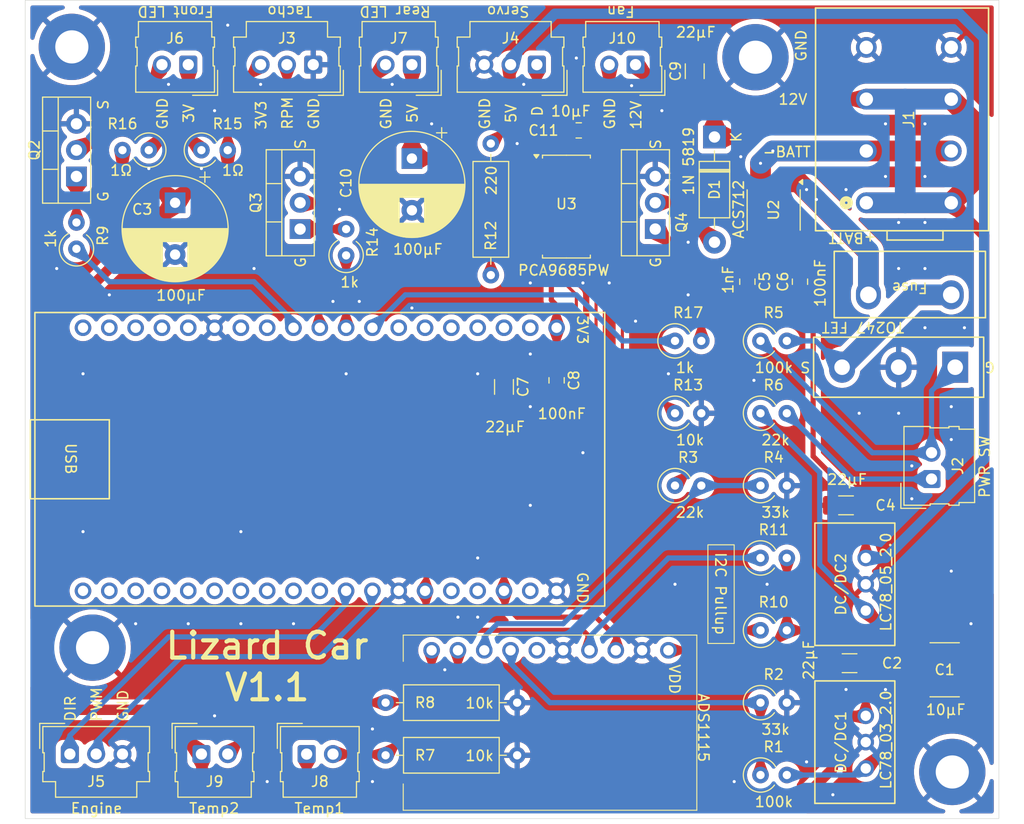
<source format=kicad_pcb>
(kicad_pcb (version 20241229) (generator "pcbnew") (generator_version "9.0")
  (layers (0 "F.Cu" signal) (2 "B.Cu" signal) (13 "F.Paste" user) (15 "B.Paste" user) (5 "F.SilkS" user "F.Silkscreen") (7 "B.SilkS" user "B.Silkscreen") (1 "F.Mask" user) (3 "B.Mask" user) (25 "Edge.Cuts" user))
  (net 0 "")
  (net 1 "GND")
  (net 2 "+BATT")
  (net 3 "+3V3")
  (net 4 "+5V")
  (net 5 "Net-(U2-FILTER)")
  (net 6 "Net-(Q1-S)")
  (net 7 "PWR_Switch")
  (net 9 "SCL")
  (net 10 "T_Sense1")
  (net 11 "T_Sense2")
  (net 12 "SDA")
  (net 13 "V_Sense")
  (net 14 "I_Sense_3V3")
  (net 15 "-BATT")
  (net 16 "onoff2")
  (net 17 "onoff1")
  (net 18 "RPM_Sense")
  (net 19 "Servo")
  (net 20 "Engine_DIR")
  (net 21 "Engine_PWM")
  (net 22 "LED1-")
  (net 23 "LED1+")
  (net 24 "LED2-")
  (net 25 "Net-(Q2-G)")
  (net 26 "Net-(Q3-G)")
  (net 27 "I_Sense")
  (net 28 "LED1cntrl")
  (net 29 "Net-(U3-LED0)")
  (net 30 "Net-(U3-~{OE})")
  (net 31 "LED2cntrl")
  (net 39 "Fan-")
  (net 71 "Net-(Q4-G)")
  (net 72 "Fancntrl")
  (footprint "Connector_Molex:Molex_SL_171971-0003_1x03_P2.54mm_Vertical" (layer "F.Cu") (at 96.895 39.715 180)
    (property "Reference" "J4")
    (property "Value" "Servo")
  )
  (footprint "Connector_Molex:Molex_SL_171971-0002_1x02_P2.54mm_Vertical" (layer "F.Cu") (at 64.51 106.275)
    (property "Reference" "J9")
    (property "Value" "NTC2")
  )
  (footprint "customfootprints:CONN4_2604-3104_WAG" (layer "F.Cu") (at 128.700001 53.05 90)
    (property "Reference" "J1")
    (property "Value" "2604-3104")
  )
  (footprint "Capacitor_SMD:C_1206_3216Metric_Pad1.33x1.80mm_HandSolder" (layer "F.Cu") (at 126.74 82.26 180)
    (property "Reference" "C4")
    (property "Value" "22µF")
  )
  (footprint "Package_TO_SOT_THT:TO-220-3_Vertical" (layer "F.Cu") (at 74.035 55.59 90)
    (property "Reference" "Q3")
    (property "Value" "IRLZ44N")
  )
  (footprint "Capacitor_SMD:C_0805_2012Metric_Pad1.18x1.45mm_HandSolder" (layer "F.Cu") (at 98.8 70.195 -90)
    (property "Reference" "C8")
    (property "Value" "100nF")
  )
  (footprint "Resistor_THT:R_Axial_DIN0309_L9.0mm_D3.2mm_P2.54mm_Vertical" (layer "F.Cu") (at 118.485 80.355)
    (property "Reference" "R4")
    (property "Value" "33kOhm")
  )
  (footprint "Capacitor_THT:CP_Radial_D10.0mm_P5.00mm" (layer "F.Cu") (at 84.83 48.777323 -90)
    (property "Reference" "C10")
    (property "Value" "100µF")
  )
  (footprint "Diode_THT:D_DO-41_SOD81_P10.16mm_Horizontal" (layer "F.Cu") (at 114.04 46.7 -90)
    (property "Reference" "D1")
    (property "Value" "1N5819")
  )
  (footprint "Package_SO:SOIC-8_3.9x4.9mm_P1.27mm" (layer "F.Cu") (at 119.755 53.75 -90)
    (property "Reference" "U2")
    (property "Value" "ACS712xLCTR-30A")
  )
  (footprint "Connector_Molex:Molex_SL_171971-0003_1x03_P2.54mm_Vertical" (layer "F.Cu") (at 51.81 106.275)
    (property "Reference" "J5")
    (property "Value" "Engine")
  )
  (footprint "Connector_Molex:Molex_SL_171971-0002_1x02_P2.54mm_Vertical" (layer "F.Cu") (at 63.24 39.715 180)
    (property "Reference" "J6")
    (property "Value" "Front light")
  )
  (footprint "customfootprints:TO247 vertical MOSFET" (layer "F.Cu") (at 137.28 68.925 180)
    (property "Reference" "Q1" (hide yes))
    (property "Value" "IRFP7430PBF")
  )
  (footprint "Resistor_THT:R_Axial_DIN0309_L9.0mm_D3.2mm_P2.54mm_Vertical" (layer "F.Cu") (at 118.485 73.37)
    (property "Reference" "R6")
    (property "Value" "22kOhm")
  )
  (footprint "Resistor_THT:R_Axial_DIN0309_L9.0mm_D3.2mm_P2.54mm_Vertical" (layer "F.Cu") (at 52.445 57.495 90)
    (property "Reference" "R9")
    (property "Value" "1kOhm")
  )
  (footprint "Connector_Molex:Molex_SL_171971-0002_1x02_P2.54mm_Vertical" (layer "F.Cu") (at 106.42 39.715 180)
    (property "Reference" "J10")
    (property "Value" "Fan")
  )
  (footprint "Resistor_THT:R_Axial_DIN0309_L9.0mm_D3.2mm_P2.54mm_Vertical" (layer "F.Cu") (at 110.23 66.385)
    (property "Reference" "R17")
    (property "Value" "1kOhm")
  )
  (footprint "Capacitor_SMD:C_0805_2012Metric_Pad1.18x1.45mm_HandSolder" (layer "F.Cu") (at 122.295 60.67 90)
    (property "Reference" "C6")
    (property "Value" "0.1µF")
  )
  (footprint "customfootprints:iMAXX_H7810" (layer "F.Cu") (at 136.9 61.94 180)
    (property "Reference" "F1" (hide yes))
    (property "Value" "Fuse 30A")
  )
  (footprint "customfootprints:LC78_05_2.0" (layer "F.Cu") (at 128.645 107.66 90)
    (property "Reference" "DC/DC1")
    (property "Value" "Gaptec LC78_03_2.0")
  )
  (footprint "Resistor_THT:R_Axial_DIN0309_L9.0mm_D3.2mm_P2.54mm_Vertical" (layer "F.Cu") (at 78.48 58.13 90)
    (property "Reference" "R14")
    (property "Value" "1kOhm")
  )
  (footprint "Resistor_THT:R_Axial_DIN0309_L9.0mm_D3.2mm_P2.54mm_Vertical" (layer "F.Cu") (at 118.485 66.385)
    (property "Reference" "R5")
    (property "Value" "100kOhm")
  )
  (footprint "Capacitor_SMD:C_1206_3216Metric_Pad1.33x1.80mm_HandSolder" (layer "F.Cu") (at 93.72 70.83 -90)
    (property "Reference" "C7")
    (property "Value" "22µF")
  )
  (footprint "Capacitor_SMD:C_0805_2012Metric_Pad1.18x1.45mm_HandSolder" (layer "F.Cu") (at 100.9375 46.065 180)
    (property "Reference" "C11")
    (property "Value" "10µF")
  )
  (footprint "Resistor_THT:R_Axial_DIN0309_L9.0mm_D3.2mm_P2.54mm_Vertical" (layer "F.Cu") (at 59.429 47.97 180)
    (property "Reference" "R16")
    (property "Value" "1Ohm")
  )
  (footprint "Connector_Molex:Molex_SL_171971-0002_1x02_P2.54mm_Vertical" (layer "F.Cu") (at 74.67 106.275)
    (property "Reference" "J8")
    (property "Value" "NTC1")
  )
  (footprint "Resistor_THT:R_Axial_DIN0309_L9.0mm_D3.2mm_P12.70mm_Horizontal" (layer "F.Cu") (at 82.29 101.31)
    (property "Reference" "R8")
    (property "Value" "10kOhm")
  )
  (footprint "Resistor_THT:R_Axial_DIN0309_L9.0mm_D3.2mm_P2.54mm_Vertical" (layer "F.Cu") (at 118.485 87.34)
    (property "Reference" "R11")
    (property "Value" "R")
  )
  (footprint "MountingHole:MountingHole_3.2mm_M3_Pad_TopBottom" (layer "F.Cu") (at 137 108)
    (property "Reference" "H2" (hide yes))
    (property "Value" "MountingHole_Pad")
  )
  (footprint "Connector_Molex:Molex_SL_171971-0002_1x02_P2.54mm_Vertical" (layer "F.Cu") (at 84.83 39.715 180)
    (property "Reference" "J7")
    (property "Value" "Rear light")
  )
  (footprint "Resistor_THT:R_Axial_DIN0309_L9.0mm_D3.2mm_P2.54mm_Vertical" (layer "F.Cu") (at 118.485 101.31)
    (property "Reference" "R2")
    (property "Value" "33kOhm")
  )
  (footprint "Capacitor_SMD:C_1206_3216Metric_Pad1.33x1.80mm_HandSolder" (layer "F.Cu") (at 127.0825 97.5 180)
    (property "Reference" "C2")
    (property "Value" "22µF")
  )
  (footprint "Resistor_THT:R_Axial_DIN0309_L9.0mm_D3.2mm_P2.54mm_Vertical" (layer "F.Cu") (at 118.485 94.325)
    (property "Reference" "R10")
    (property "Value" "R")
  )
  (footprint "Package_SO:TSSOP-28_4.4x9.7mm_P0.65mm" (layer "F.Cu") (at 99.7475 53.42)
    (property "Reference" "U3")
    (property "Value" "PCA9685PW")
  )
  (footprint "Connector_Molex:Molex_SL_171971-0002_1x02_P2.54mm_Vertical" (layer "F.Cu") (at 134.995 79.72 90)
    (property "Reference" "J2")
    (property "Value" "PWR Switch")
  )
  (footprint "MountingHole:MountingHole_3.2mm_M3_Pad_TopBottom" (layer "F.Cu") (at 52 38)
    (property "Reference" "H3" (hide yes))
    (property "Value" "MountingHole_Pad")
  )
  (footprint "customfootprints:LC78_05_2.0" (layer "F.Cu") (at 128.645 92.42 90)
    (property "Reference" "DC/DC2")
    (property "Value" "Gaptec LC78_05_2.0")
  )
  (footprint "MountingHole:MountingHole_3.2mm_M3_Pad_TopBottom" (layer "F.Cu") (at 118 39)
    (property "Reference" "H1" (hide yes))
    (property "Value" "MountingHole_Pad")
  )
  (footprint "Capacitor_SMD:C_2220_5750Metric_Pad1.97x5.40mm_HandSolder" (layer "F.Cu") (at 136.265 98.135)
    (property "Reference" "C1")
    (property "Value" "10µF")
  )
  (footprint "customfootprints:ADS1115" (layer "F.Cu") (at 109.595 96.255 -90)
    (property "Reference" "IC1" (hide yes))
    (property "Value" "ADS1115")
  )
  (footprint "Resistor_THT:R_Axial_DIN0309_L9.0mm_D3.2mm_P2.54mm_Vertical" (layer "F.Cu") (at 64.51 47.97)
    (property "Reference" "R15")
    (property "Value" "1Ohm")
  )
  (footprint "Resistor_THT:R_Axial_DIN0309_L9.0mm_D3.2mm_P2.54mm_Vertical" (layer "F.Cu") (at 118.485 108.295)
    (property "Reference" "R1")
    (property "Value" "100kOhm")
  )
  (footprint "Capacitor_SMD:C_0805_2012Metric_Pad1.18x1.45mm_HandSolder" (layer "F.Cu") (at 117.215 60.67 -90)
    (property "Reference" "C5")
    (property "Value" "1 nF")
  )
  (footprint "customfootprints:NodeMCU-ESP32" (layer "F.Cu") (at 98.8 65.115 -90)
    (property "Reference" "U1" (hide yes))
    (property "Value" "ESP32-WROOM-32U")
  )
  (footprint "Capacitor_THT:CP_Radial_D10.0mm_P5.00mm" (layer "F.Cu") (at 61.97 53.05 -90)
    (property "Reference" "C3")
    (property "Value" "100µF")
  )
  (footprint "Resistor_THT:R_Axial_DIN0309_L9.0mm_D3.2mm_P12.70mm_Horizontal" (layer "F.Cu") (at 92.45 60.035 90)
    (property "Reference" "R12")
    (property "Value" "220Ohm")
  )
  (footprint "Package_TO_SOT_THT:TO-220-3_Vertical" (layer "F.Cu") (at 108.325 55.59 90)
    (property "Reference" "Q4")
    (property "Value" "IRLZ44N")
  )
  (footprint "MountingHole:MountingHole_3.2mm_M3_Pad_TopBottom" (layer "F.Cu") (at 54 96)
    (property "Reference" "H4" (hide yes))
    (property "Value" "MountingHole_Pad")
  )
  (footprint "Resistor_THT:R_Axial_DIN0309_L9.0mm_D3.2mm_P2.54mm_Vertical" (layer "F.Cu") (at 110.23 73.37)
    (property "Reference" "R13")
    (property "Value" "10kOhm")
  )
  (footprint "Resistor_THT:R_Axial_DIN0309_L9.0mm_D3.2mm_P2.54mm_Vertical" (layer "F.Cu") (at 110.23 80.355)
    (property "Reference" "R3")
    (property "Value" "22kOhm")
  )
  (footprint "Connector_Molex:Molex_SL_171971-0003_1x03_P2.54mm_Vertical" (layer "F.Cu") (at 75.305 39.715 180)
    (property "Reference" "J3")
    (property "Value" "Optical encoder")
  )
  (footprint "Resistor_THT:R_Axial_DIN0309_L9.0mm_D3.2mm_P12.70mm_Horizontal" (layer "F.Cu") (at 82.29 106.39)
    (property "Reference" "R7")
    (property "Value" "10kOhm")
  )
  (footprint "Capacitor_SMD:C_1206_3216Metric_Pad1.33x1.80mm_HandSolder" (layer "F.Cu") (at 112.135 40.35 90)
    (property "Reference" "C9")
    (property "Value" "22µF")
  )
  (footprint "Package_TO_SOT_THT:TO-220-3_Vertical" (layer "F.Cu") (at 52.445 50.51 90)
    (property "Reference" "Q2")
    (property "Value" "IRLZ44N")
  )
  (gr_rect (start 113.405 86.07) (end 115.945 95.595) (stroke (width 0.1)) (fill no) (layer "F.SilkS"))
  (gr_rect (start 47.5 33.5) (end 141.5 112.5) (stroke (width 0.05)) (fill no) (layer "Edge.Cuts"))
  (gr_text "10k" (at 110.23 76.545 0) (layer "F.SilkS") (effects (font (size 1 1)) (justify left bottom)))
  (gr_text "22µF" (at 110.23 37.175 0) (layer "F.SilkS") (effects (font (size 1 1)) (justify left bottom)))
  (gr_text "5V" (at 94.99 45.43 90) (layer "F.SilkS") (effects (font (size 1 1)) (justify left bottom)))
  (gr_text "Fan" (at 106.42 34 180) (layer "F.SilkS") (effects (font (size 1 1)) (justify left bottom)))
  (gr_text "Lizard Car\nV1.1" (at 70.86 101.31 0) (layer "F.SilkS") (effects (font (size 2.5 2.5) (thickness 0.4)) (justify bottom)))
  (gr_text "100nF" (at 124.835 63.21 90) (layer "F.SilkS") (effects (font (size 1 1)) (justify left bottom)))
  (gr_text "3V" (at 63.875 45.43 90) (layer "F.SilkS") (effects (font (size 1 1)) (justify left bottom)))
  (gr_text "GND" (at 61.335 46.065 90) (layer "F.SilkS") (effects (font (size 1 1)) (justify left bottom)))
  (gr_text "1N 5819" (at 112.135 52.415 90) (layer "F.SilkS") (effects (font (size 1 1)) (justify left bottom)))
  (gr_text "33k" (at 118.485 104.485 0) (layer "F.SilkS") (effects (font (size 1 1)) (justify left bottom)))
  (gr_text "GND" (at 123 39.5 90) (layer "F.SilkS") (effects (font (size 1 1)) (justify left bottom)))
  (gr_text "G" (at 55.62 53.05 90) (layer "F.SilkS") (effects (font (size 1 1)) (justify left bottom)))
  (gr_text "22µF" (at 91.815 75.275 0) (layer "F.SilkS") (effects (font (size 1 1)) (justify left bottom)))
  (gr_text "22µF" (at 124.835 80.355 0) (layer "F.SilkS") (effects (font (size 1 1)) (justify left bottom)))
  (gr_text "GND" (at 104.515 46.065 90) (layer "F.SilkS") (effects (font (size 1 1)) (justify left bottom)))
  (gr_text "Servo" (at 96.26 34 180) (layer "F.SilkS") (effects (font (size 1 1)) (justify left bottom)))
  (gr_text "Temp1" (at 73.4 112.105 0) (layer "F.SilkS") (effects (font (size 1 1)) (justify left bottom)))
  (gr_text "G" (at 108.96 59.4 90) (layer "F.SilkS") (effects (font (size 1 1)) (justify left bottom)))
  (gr_text "RPM" (at 73.4 46.065 90) (layer "F.SilkS") (effects (font (size 1 1)) (justify left bottom)))
  (gr_text "GND" (at 82.925 46.065 90) (layer "F.SilkS") (effects (font (size 1 1)) (justify left bottom)))
  (gr_text "10k" (at 89.91 101.945 0) (layer "F.SilkS") (effects (font (size 1 1)) (justify left bottom)))
  (gr_text "GND" (at 75.94 46.065 90) (layer "F.SilkS") (effects (font (size 1 1)) (justify left bottom)))
  (gr_text "PWM" (at 54.985 103.215 90) (layer "F.SilkS") (effects (font (size 1 1)) (justify left bottom)))
  (gr_text "1Ω" (at 55.62 50.51 0) (layer "F.SilkS") (effects (font (size 1 1)) (justify left bottom)))
  (gr_text "Tacho" (at 75.305 34 180) (layer "F.SilkS") (effects (font (size 1 1)) (justify left bottom)))
  (gr_text "100nF" (at 96.895 74.005 0) (layer "F.SilkS") (effects (font (size 1 1)) (justify left bottom)))
  (gr_text "100µF" (at 82.925 58.13 0) (layer "F.SilkS") (effects (font (size 1 1)) (justify left bottom)))
  (gr_text "Rear LED" (at 86.735 34 180) (layer "F.SilkS") (effects (font (size 1 1)) (justify left bottom)))
  (gr_text "Front LED" (at 65.78 34 180) (layer "F.SilkS") (effects (font (size 1 1)) (justify left bottom)))
  (gr_text "22k" (at 118.485 76.545 0) (layer "F.SilkS") (effects (font (size 1 1)) (justify left bottom)))
  (gr_text "ACS712" (at 116.961 56.606 90) (layer "F.SilkS") (effects (font (size 1 1)) (justify left bottom)))
  (gr_text "1k" (at 77.845 61.305 0) (layer "F.SilkS") (effects (font (size 1 1)) (justify left bottom)))
  (gr_text "22µF" (at 123.735 99.21 90) (layer "F.SilkS") (effects (font (size 1 1)) (justify left bottom)))
  (gr_text "S" (at 55.62 44.16 90) (layer "F.SilkS") (effects (font (size 1 1)) (justify left bottom)))
  (gr_text "22k" (at 110.23 83.53 0) (layer "F.SilkS") (effects (font (size 1 1)) (justify left bottom)))
  (gr_text "GND" (at 57.525 103.215 90) (layer "F.SilkS") (effects (font (size 1 1)) (justify left bottom)))
  (gr_text "100k" (at 117.85 111.47 0) (layer "F.SilkS") (effects (font (size 1 1)) (justify left bottom)))
  (gr_text "33k" (at 118.485 83.53 0) (layer "F.SilkS") (effects (font (size 1 1)) (justify left bottom)))
  (gr_text "Engine" (at 51.81 112.105 0) (layer "F.SilkS") (effects (font (size 1 1)) (justify left bottom)))
  (gr_text "1k" (at 50.54 57.495 90) (layer "F.SilkS") (effects (font (size 1 1)) (justify left bottom)))
  (gr_text "S" (at 108.96 47.97 90) (layer "F.SilkS") (effects (font (size 1 1)) (justify left bottom)))
  (gr_text "12V" (at 120.136 43.652 0) (layer "F.SilkS") (effects (font (size 1 1)) (justify left bottom)))
  (gr_text "S" (at 74.67 47.97 90) (layer "F.SilkS") (effects (font (size 1 1)) (justify left bottom)))
  (gr_text "1nF" (at 115.945 61.94 90) (layer "F.SilkS") (effects (font (size 1 1)) (justify left bottom)))
  (gr_text "12V" (at 107.055 46.065 90) (layer "F.SilkS") (effects (font (size 1 1)) (justify left bottom)))
  (gr_text "3V3" (at 70.86 46.065 90) (layer "F.SilkS") (effects (font (size 1 1)) (justify left bottom)))
  (gr_text "5V" (at 85.465 45.43 90) (layer "F.SilkS") (effects (font (size 1 1)) (justify left bottom)))
  (gr_text "10µF" (at 98.165 44.795 0) (layer "F.SilkS") (effects (font (size 1 1)) (justify left bottom)))
  (gr_text "-BATT" (at 118.612 48.732 0) (layer "F.SilkS") (effects (font (size 1 1)) (justify left bottom)))
  (gr_text "220" (at 93.085 52.415 90) (layer "F.SilkS") (effects (font (size 1 1)) (justify left bottom)))
  (gr_text "PWR SW" (at 140.71 81.625 90) (layer "F.SilkS") (effects (font (size 1 1)) (justify left bottom)))
  (gr_text "PCA9685PW" (at 94.99 60.155 0) (layer "F.SilkS") (effects (font (size 1 1)) (justify left bottom)))
  (gr_text "Temp2" (at 63.24 112.105 0) (layer "F.SilkS") (effects (font (size 1 1)) (justify left bottom)))
  (gr_text "10k" (at 89.91 107.025 0) (layer "F.SilkS") (effects (font (size 1 1)) (justify left bottom)))
  (gr_text "+BATT" (at 129.788 55.844 180) (layer "F.SilkS") (effects (font (size 1 1)) (justify left bottom)))
  (gr_text "GND" (at 92.45 46.065 90) (layer "F.SilkS") (effects (font (size 1 1)) (justify left bottom)))
  (gr_text "DIR" (at 52.445 103.215 90) (layer "F.SilkS") (effects (font (size 1 1)) (justify left bottom)))
  (gr_text "100µF" (at 60.065 62.575 0) (layer "F.SilkS") (effects (font (size 1 1)) (justify left bottom)))
  (gr_text "100k" (at 117.85 69.56 0) (layer "F.SilkS") (effects (font (size 1 1)) (justify left bottom)))
  (gr_text "G" (at 74.67 59.4 90) (layer "F.SilkS") (effects (font (size 1 1)) (justify left bottom)))
  (gr_text "1k" (at 110.23 69.56 0) (layer "F.SilkS") (effects (font (size 1 1)) (justify left bottom)))
  (gr_text "10µF" (at 134.36 102.58 0) (layer "F.SilkS") (effects (font (size 1 1)) (justify left bottom)))
  (gr_text "1Ω" (at 66.415 50.51 0) (layer "F.SilkS") (effects (font (size 1 1)) (justify left bottom)))
  (gr_text "D" (at 97.53 44.795 90) (layer "F.SilkS") (effects (font (size 1 1)) (justify left bottom)))
  (gr_text "I2C Pullup" (at 114.04 86.705 270) (layer "F.SilkS") (effects (font (size 1 1)) (justify left bottom)))
  (segment (start 102.61 51.795) (end 104.515 51.795) (width 0.3) (layer "F.Cu") (net 1))
  (segment (start 96.885 51.055) (end 96.147501 51.055) (width 0.3) (layer "F.Cu") (net 1))
  (segment (start 96.885 58.755) (end 96.895 58.765) (width 0.3) (layer "F.Cu") (net 1))
  (segment (start 96.885 57.645) (end 96.885 58.755) (width 0.3) (layer "F.Cu") (net 1))
  (segment (start 102.61 51.795) (end 102.61 51.145) (width 0.3) (layer "F.Cu") (net 1))
  (segment (start 96.885 51.795) (end 95.005 51.795) (width 0.3) (layer "F.Cu") (net 1))
  (segment (start 102.61 51.145) (end 104.515 51.145) (width 0.3) (layer "F.Cu") (net 1))
  (segment (start 96.885 57.645) (end 95.14 57.645) (width 0.3) (layer "F.Cu") (net 1))
  (via (at 69.59 59.4) (size 0.8) (drill 0.3) (layers "F.Cu" "B.Cu") (net 1))
  (via (at 65.78 44.16) (size 0.8) (drill 0.3) (layers "F.Cu" "B.Cu") (net 1))
  (via (at 115.945 108.93) (size 0.8) (drill 0.3) (layers "F.Cu" "B.Cu") (net 1))
  (via (at 134.36 50.51) (size 0.8) (drill 0.3) (layers "F.Cu" "B.Cu") (net 1))
  (via (at 81.02 108.93) (size 0.8) (drill 0.3) (layers "F.Cu" "B.Cu") (net 1))
  (via (at 96.26 67.655) (size 0.8) (drill 0.3) (layers "F.Cu" "B.Cu") (net 1))
  (via (at 96.26 72.735) (size 0.8) (drill 0.3) (layers "F.Cu" "B.Cu") (net 1))
  (via (at 58.16 93.69) (size 0.8) (drill 0.3) (layers "F.Cu" "B.Cu") (net 1))
  (via (at 96.26 82.26) (size 0.8) (drill 0.3) (layers "F.Cu" "B.Cu") (net 1))
  (via (at 101.34 77.18) (size 0.8) (drill 0.3) (layers "F.Cu" "B.Cu") (net 1))
  (via (at 95.625 41.62) (size 0.8) (drill 0.3) (layers "F.Cu" "B.Cu") (net 1))
  (via (at 128.01 73.37) (size 0.8) (drill 0.3) (layers "F.Cu" "B.Cu") (net 1))
  (via (at 59.43 49.748) (size 0.8) (drill 0.3) (layers "F.Cu" "B.Cu") (net 1))
  (via (at 100.705 39.08) (size 0.8) (drill 0.3) (layers "F.Cu" "B.Cu") (net 1))
  (via (at 136.9 72.735) (size 0.8) (drill 0.3) (layers "F.Cu" "B.Cu") (net 1))
  (via (at 79.75 62.575) (size 0.8) (drill 0.3) (layers "F.Cu" "B.Cu") (net 1))
  (via (at 101.34 60.79) (size 0.8) (drill 0.3) (layers "F.Cu" "B.Cu") (net 1))
  (via (at 133.09 81.625) (size 0.8) (drill 0.3) (layers "F.Cu" "B.Cu") (net 1))
  (via (at 103.88 60.79) (size 0.8) (drill 0.3) (layers "F.Cu" "B.Cu") (net 1))
  (via (at 122.93 107.025) (size 0.8) (drill 0.3) (layers "F.Cu" "B.Cu") (net 1))
  (via (at 134.36 54.955) (size 0.8) (drill 0.3) (layers "F.Cu" "B.Cu") (net 1))
  (via (at 91.18 93.055) (size 0.8) (drill 0.3) (layers "F.Cu" "B.Cu") (net 1))
  (via (at 117.85 70.195) (size 0.8) (drill 0.3) (layers "F.Cu" "B.Cu") (net 1))
  (via (at 110.23 89.88) (size 0.8) (drill 0.3) (layers "F.Cu" "B.Cu") (net 1))
  (via (at 70.225 41.62) (size 0.8) (drill 0.3) (layers "F.Cu" "B.Cu") (net 1))
  (via (at 133.09 78.45) (size 0.8) (drill 0.3) (layers "F.Cu" "B.Cu") (net 1))
  (via (at 64.51 49.748) (size 0.8) (drill 0.3) (layers "F.Cu" "B.Cu") (net 1))
  (via (at 130.55 100.04) (size 0.8) (drill 0.3) (layers "F.Cu" "B.Cu") (net 1))
  (via (at 108.96 44.16) (size 0.8) (drill 0.3) (layers "F.Cu" "B.Cu") (net 1))
  (via (at 88.005 98.135) (size 0.8) (drill 0.3) (layers "F.Cu" "B.Cu") (net 1))
  (via (at 77.845 53.685) (size 0.8) (drill 0.3) (layers "F.Cu" "B.Cu") (net 1))
  (via (at 125.47 110.2) (size 0.8) (drill 0.3) (layers "F.Cu" "B.Cu") (net 1))
  (via (at 53.08 84.8) (size 0.8) (drill 0.3) (layers "F.Cu" "B.Cu") (net 1))
  (via (at 136.9 88.61) (size 0.8) (drill 0.3) (layers "F.Cu" "B.Cu") (net 1))
  (via (at 130.55 45.43) (size 0.8) (drill 0.3) (layers "F.Cu" "B.Cu") (net 1))
  (via (at 136.9 75.91) (size 0.8) (drill 0.3) (layers "F.Cu" "B.Cu") (net 1))
  (via (at 126.74 100.04) (size 0.8) (drill 0.3) (layers "F.Cu" "B.Cu") (net 1))
  (via (at 116.58 48.605) (size 0.8) (drill 0.3) (layers "F.Cu" "B.Cu") (net 1))
  (via (at 65.78 102.58) (size 0.8) (drill 0.3) (layers "F.Cu" "B.Cu") (net 1))
  (via (at 109.595 69.56) (size 0.8) (drill 0.3) (layers "F.Cu" "B.Cu") (net 1))
  (via (at 106.039 41.747) (size 0.8) (drill 0.3) (layers "F.Cu" "B.Cu") (net 1))
  (via (at 131.82 54.955) (size 0.8) (drill 0.3) (layers "F.Cu" "B.Cu") (net 1))
  (via (at 91.18 69.56) (size 0.8) (drill 0.3) (layers "F.Cu" "B.Cu") (net 1))
  (via (at 67.05 35.905) (size 0.8) (drill 0.3) (layers "F.Cu" "B.Cu") (net 1))
  (via (at 119.12 89.88) (size 0.8) (drill 0.3) (layers "F.Cu" "B.Cu") (net 1))
  (via (at 131.82 59.4) (size 0.8) (drill 0.3) (layers "F.Cu" "B.Cu") (net 1))
  (via (at 68.32 84.8) (size 0.8) (drill 0.3) (layers "F.Cu" "B.Cu") (net 1))
  (via (at 70.86 108.93) (size 0.8) (drill 0.3) (layers "F.Cu" "B.Cu") (net 1))
  (via (at 130.55 50.51) (size 0.8) (drill 0.3) (layers "F.Cu" "B.Cu") (net 1))
  (via (at 134.36 65.115) (size 0.8) (drill 0.3) (layers "F.Cu" "B.Cu") (net 1))
  (via (at 94.99 47.335) (size 0.8) (drill 0.3) (layers "F.Cu" "B.Cu") (net 1))
  (via (at 82.925 41.62) (size 0.8) (drill 0.3) (layers "F.Cu" "B.Cu") (net 1))
  (via (at 77.21 62.575) (size 0.8) (drill 0.3) (layers "F.Cu" "B.Cu") (net 1))
  (via (at 134.36 59.4) (size 0.8) (drill 0.3) (layers "F.Cu" "B.Cu") (net 1))
  (via (at 89.275 93.055) (size 0.8) (drill 0.3) (layers "F.Cu" "B.Cu") (net 1))
  (via (at 131.82 73.37) (size 0.8) (drill 0.3) (layers "F.Cu" "B.Cu") (net 1))
  (via (at 55.62 61.94) (size 0.8) (drill 0.3) (layers "F.Cu" "B.Cu") (net 1))
  (via (at 138.17 65.115) (size 0.8) (drill 0.3) (layers "F.Cu" "B.Cu") (net 1))
  (via (at 126.74 51.78) (size 0.8) (drill 0.3) (layers "F.Cu" "B.Cu") (net 1))
  (via (at 81.02 103.85) (size 0.8) (drill 0.3) (layers "F.Cu" "B.Cu") (net 1))
  (via (at 63.24 93.69) (size 0.8) (drill 0.3) (layers "F.Cu" "B.Cu") (net 1))
  (via (at 138.805 93.69) (size 0.8) (drill 0.3) (layers "F.Cu" "B.Cu") (net 1))
  (via (at 61.335 41.62) (size 0.8) (drill 0.3) (layers "F.Cu" "B.Cu") (net 1))
  (via (at 84.83 63.21) (size 0.8) (drill 0.3) (layers "F.Cu" "B.Cu") (net 1))
  (via (at 73.4 93.69) (size 0.8) (drill 0.3) (layers "F.Cu" "B.Cu") (net 1))
  (via (at 68.32 93.69) (size 0.8) (drill 0.3) (layers "F.Cu" "B.Cu") (net 1))
  (via (at 96.26 60.79) (size 0.8) (drill 0.3) (layers "F.Cu" "B.Cu") (net 1))
  (via (at 111.5 56.86) (size 0.8) (drill 0.3) (layers "F.Cu" "B.Cu") (net 1))
  (via (at 111.5 61.94) (size 0.8) (drill 0.3) (layers "F.Cu" "B.Cu") (net 1))
  (via (at 86.735 45.43) (size 0.8) (drill 0.3) (layers "F.Cu" "B.Cu") (net 1))
  (via (at 106.42 64.48) (size 0.8) (drill 0.3) (layers "F.Cu" "B.Cu") (net 1))
  (via (at 134.36 45.43) (size 0.8) (drill 0.3) (layers "F.Cu" "B.Cu") (net 1))
  (via (at 53.08 69.56) (size 0.8) (drill 0.3) (layers "F.Cu" "B.Cu") (net 1))
  (via (at 91.18 87.34) (size 0.8) (drill 0.3) (layers "F.Cu" "B.Cu") (net 1))
  (via (at 50.54 59.4) (size 0.8) (drill 0.3) (layers "F.Cu" "B.Cu") (net 1))
  (via (at 78.48 69.56) (size 0.8) (drill 0.3) (layers "F.Cu" "B.Cu") (net 1))
  (segment (start 128.700001 53.05) (end 136.9 53.05) (width 2) (layer "F.Cu") (net 2))
  (segment (start 133.6275 97.4025) (end 128.645 92.42) (width 1) (layer "F.Cu") (net 2))
  (segment (start 133.6275 102.6775) (end 133.6275 98.135) (width 1) (layer "F.Cu") (net 2))
  (segment (start 114.04 43.8175) (end 112.135 41.9125) (width 1) (layer "F.Cu") (net 2))
  (segment (start 140.075 56.225) (end 136.9 53.05) (width 1) (layer "F.Cu") (net 2))
  (segment (start 139.44 45.589999) (end 139.44 50.51) (width 2) (layer "F.Cu") (net 2))
  (segment (start 114.04 46.7) (end 117.85 46.7) (width 1) (layer "F.Cu") (net 2))
  (segment (start 117.85 46.7) (end 121.500001 43.049999) (width 1) (layer "F.Cu") (net 2))
  (segment (start 139.44 50.51) (end 136.9 53.05) (width 2) (layer "F.Cu") (net 2))
  (segment (start 140.075 89.88) (end 140.075 56.225) (width 1) (layer "F.Cu") (net 2))
  (segment (start 133.6275 98.135) (end 133.6275 96.3275) (width 1) (layer "F.Cu") (net 2))
  (segment (start 133.6275 96.3275) (end 140.075 89.88) (width 1) (layer "F.Cu") (net 2))
  (segment (start 133.6275 98.135) (end 133.6275 97.4025) (width 1) (layer "F.Cu") (net 2))
  (segment (start 128.645 107.66) (end 133.6275 102.6775) (width 1) (layer "F.Cu") (net 2))
  (segment (start 108.6175 41.9125) (end 112.135 41.9125) (width 1) (layer "F.Cu") (net 2))
  (segment (start 114.04 46.7) (end 114.04 43.8175) (width 1) (layer "F.Cu") (net 2))
  (segment (start 136.9 43.049999) (end 139.44 45.589999) (width 2) (layer "F.Cu") (net 2))
  (segment (start 128.700001 43.049999) (end 136.9 43.049999) (width 2) (layer "F.Cu") (net 2))
  (segment (start 121.500001 43.049999) (end 128.700001 43.049999) (width 1) (layer "F.Cu") (net 2))
  (segment (start 106.42 39.715) (end 108.6175 41.9125) (width 1) (layer "F.Cu") (net 2))
  (segment (start 132.455 43.049999) (end 136.9 43.049999) (width 2) (layer "B.Cu") (net 2))
  (segment (start 132.455 43.049999) (end 132.455 53.05) (width 2) (layer "B.Cu") (net 2))
  (segment (start 124.2 79.085) (end 124.2 87.975) (width 0.5) (layer "B.Cu") (net 2))
  (segment (start 132.455 53.05) (end 136.9 53.05) (width 2) (layer "B.Cu") (net 2))
  (segment (start 128.700001 43.049999) (end 132.455 43.049999) (width 2) (layer "B.Cu") (net 2))
  (segment (start 118.485 73.37) (end 124.2 79.085) (width 0.5) (layer "B.Cu") (net 2))
  (segment (start 121.025 108.295) (end 128.01 108.295) (width 0.5) (layer "B.Cu") (net 2))
  (segment (start 128.01 108.295) (end 128.645 107.66) (width 0.5) (layer "B.Cu") (net 2))
  (segment (start 124.2 87.975) (end 128.645 92.42) (width 0.5) (layer "B.Cu") (net 2))
  (segment (start 128.700001 53.05) (end 132.455 53.05) (width 2) (layer "B.Cu") (net 2))
  (segment (start 98.292 49.748) (end 98.292 62.448) (width 0.5) (layer "F.Cu") (net 3))
  (segment (start 49.963125 65.056875) (end 49.963125 70.195) (width 1) (layer "F.Cu") (net 3))
  (segment (start 98.292 62.448) (end 98.8 62.956) (width 0.5) (layer "F.Cu") (net 3))
  (segment (start 119.095 96.255) (end 121.025 94.325) (width 0.5) (layer "F.Cu") (net 3))
  (segment (start 52 102) (end 60.235 102) (width 1) (layer "F.Cu") (net 3))
  (segment (start 50.915625 71.1475) (end 49.963125 70.195) (width 1) (layer "F.Cu") (net 3))
  (segment (start 98.8 68.925) (end 98.8 65.115) (width 0.5) (layer "F.Cu") (net 3))
  (segment (start 61.97 53.05) (end 60.065 51.145) (width 1) (layer "F.Cu") (net 3))
  (segment (start 67.05 49.875) (end 67.05 47.97) (width 1) (layer "F.Cu") (net 3))
  (segment (start 128.645 102.58) (end 128.645 97.5) (width 0.5) (layer "F.Cu") (net 3))
  (segment (start 50.915625 71.205625) (end 91.781875 71.205625) (width 0.5) (layer "F.Cu") (net 3))
  (segment (start 63.875 51.145) (end 65.78 51.145) (width 1) (layer "F.Cu") (net 3))
  (segment (start 75.305 110.835) (end 74.67 110.835) (width 1) (layer "F.Cu") (net 3))
  (segment (start 102.61 46.7) (end 101.975 46.065) (width 0.3) (layer "F.Cu") (net 3))
  (segment (start 50.8575 71.205625) (end 49.963125 72.1) (width 1) (layer "F.Cu") (net 3))
  (segment (start 93.83 69.1575) (end 93.72 69.2675) (width 0.5) (layer "F.Cu") (net 3))
  (segment (start 125.47 94.325) (end 128.645 97.5) (width 0.5) (layer "F.Cu") (net 3))
  (segment (start 49.963125 72.1) (end 49.963125 93.055) (width 1) (layer "F.Cu") (net 3))
  (segment (start 102.61 49.195) (end 102.61 46.7) (width 0.3) (layer "F.Cu") (net 3))
  (segment (start 74.67 109.565) (end 74.67 110.2) (width 0.5) (layer "F.Cu") (net 3))
  (segment (start 64.51 107.66) (end 64.51 106.275) (width 1) (layer "F.Cu") (net 3))
  (segment (start 98.8 69.1575) (end 93.83 69.1575) (width 0.5) (layer "F.Cu") (net 3))
  (segment (start 74.67 110.2) (end 74.035 110.835) (width 0.5) (layer "F.Cu") (net 3))
  (segment (start 74.035 110.835) (end 67.685 110.835) (width 1) (layer "F.Cu") (net 3))
  (segment (start 49.27 93.748125) (end 49.27 99.27) (width 1) (layer "F.Cu") (net 3))
  (segment (start 56.889 49.874) (end 56.889 47.97) (width 1) (layer "F.Cu") (net 3))
  (segment (start 121.025 94.325) (end 121.025 87.34) (width 0.5) (layer "F.Cu") (net 3))
  (segment (start 125.47 107.66) (end 122.295 110.835) (width 1) (layer "F.Cu") (net 3))
  (segment (start 50.915625 71.205625) (end 50.915625 71.1475) (width 1) (layer "F.Cu") (net 3))
  (segment (start 74.67 110.2) (end 75.305 110.835) (width 0.5) (layer "F.Cu") (net 3))
  (segment (start 70.225 39.715) (end 67.05 42.89) (width 0.5) (layer "F.Cu") (net 3))
  (segment (start 101.975 46.065) (end 98.292 49.748) (width 0.5) (layer "F.Cu") (net 3))
  (segment (start 74.67 110.835) (end 74.035 110.835) (width 1) (layer "F.Cu") (net 3))
  (segment (start 49.963125 70.195) (end 49.963125 72.1) (width 1) (layer "F.Cu") (net 3))
  (segment (start 74.67 106.275) (end 74.67 109.565) (width 0.5) (layer "F.Cu") (net 3))
  (segment (start 121.025 94.325) (end 125.47 94.325) (width 0.5) (layer "F.Cu") (net 3))
  (segment (start 91.781875 71.205625) (end 93.72 69.2675) (width 0.5) (layer "F.Cu") (net 3))
  (segment (start 125.47 104.485) (end 125.47 107.66) (width 1) (layer "F.Cu") (net 3))
  (segment (start 61.97 53.05) (end 63.875 51.145) (width 1) (layer "F.Cu") (net 3))
  (segment (start 58.16 51.145) (end 56.889 49.874) (width 1) (layer "F.Cu") (net 3))
  (segment (start 60.065 51.145) (end 58.16 51.145) (width 1) (layer "F.Cu") (net 3))
  (segment (start 109.595 96.255) (end 119.095 96.255) (width 0.5) (layer "F.Cu") (net 3))
  (segment (start 67.05 42.89) (end 67.05 47.97) (width 0.5) (layer "F.Cu") (net 3))
  (segment (start 60.235 102) (end 64.51 106.275) (width 1) (layer "F.Cu") (net 3))
  (segment (start 50.915625 71.205625) (end 50.8575 71.205625) (width 1) (layer "F.Cu") (net 3))
  (segment (start 61.97 53.05) (end 49.963125 65.056875) (width 1) (layer "F.Cu") (net 3))
  (segment (start 128.645 102.58) (end 127.375 102.58) (width 1) (layer "F.Cu") (net 3))
  (segment (start 74.67 109.565) (end 74.67 110.835) (width 0.5) (layer "F.Cu") (net 3))
  (segment (start 122.295 110.835) (end 75.305 110.835) (width 1) (layer "F.Cu") (net 3))
  (segment (start 49.27 99.27) (end 52 102) (width 1) (layer "F.Cu") (net 3))
  (segment (start 127.375 102.58) (end 125.47 104.485) (width 1) (layer "F.Cu") (net 3))
  (segment (start 49.963125 93.055) (end 49.27 93.748125) (width 1) (layer "F.Cu") (net 3))
  (segment (start 67.685 110.835) (end 64.51 107.66) (width 1) (layer "F.Cu") (net 3))
  (segment (start 65.78 51.145) (end 67.05 49.875) (width 1) (layer "F.Cu") (net 3))
  (segment (start 98.8 62.956) (end 98.8 65.115) (width 0.5) (layer "F.Cu") (net 3))
  (segment (start 123.565 77.5225) (end 128.3025 82.26) (width 0.5) (layer "F.Cu") (net 4))
  (segment (start 94.355 39.715) (end 94.355 40.985) (width 1) (layer "F.Cu") (net 4))
  (segment (start 94.355 40.985) (end 86.562677 48.777323) (width 1) (layer "F.Cu") (net 4))
  (segment (start 128.645 82.6025) (end 128.3025 82.26) (width 0.5) (layer "F.Cu") (net 4))
  (segment (start 85.292677 48.777323) (end 84.83 48.777323) (width 1) (layer "F.Cu") (net 4))
  (segment (start 128.645 87.34) (end 128.645 82.6025) (width 0.5) (layer "F.Cu") (net 4))
  (segment (start 121.66 56.55) (end 121.66 58.9975) (width 0.5) (layer "F.Cu") (net 4))
  (segment (start 86.562677 48.777323) (end 84.83 48.777323) (width 1) (layer "F.Cu") (net 4))
  (segment (start 122.295 59.6325) (end 123.565 60.9025) (width 0.5) (layer "F.Cu") (net 4))
  (segment (start 121.66 58.9975) (end 122.295 59.6325) (width 0.5) (layer "F.Cu") (net 4))
  (segment (start 84.83 39.715) (end 84.83 48.777323) (width 1) (layer "F.Cu") (net 4))
  (segment (start 123.565 60.9025) (end 123.565 77.5225) (width 0.5) (layer "F.Cu") (net 4))
  (segment (start 140.075 77.815) (end 130.55 87.34) (width 1) (layer "B.Cu") (net 4))
  (segment (start 137.7 34.8) (end 140.075 37.175) (width 1) (layer "B.Cu") (net 4))
  (segment (start 130.55 87.34) (end 128.645 87.34) (width 1) (layer "B.Cu") (net 4))
  (segment (start 94.355 39.08) (end 98.635 34.8) (width 1) (layer "B.Cu") (net 4))
  (segment (start 140.075 37.175) (end 140.075 77.815) (width 1) (layer "B.Cu") (net 4))
  (segment (start 98.635 34.8) (end 137.7 34.8) (width 1) (layer "B.Cu") (net 4))
  (segment (start 94.355 39.715) (end 94.355 39.08) (width 1) (layer "B.Cu") (net 4))
  (segment (start 117.6175 59.6325) (end 119.12 58.13) (width 0.5) (layer "F.Cu") (net 5))
  (segment (start 117.215 59.6325) (end 117.6175 59.6325) (width 0.5) (layer "F.Cu") (net 5))
  (segment (start 119.12 58.13) (end 119.12 56.55) (width 0.5) (layer "F.Cu") (net 5))
  (segment (start 136.9 61.94) (end 133.345 61.94) (width 2) (layer "F.Cu") (net 6))
  (segment (start 133.345 61.94) (end 126.36 68.925) (width 2) (layer "F.Cu") (net 6))
  (segment (start 121.025 66.385) (end 123.82 66.385) (width 0.5) (layer "B.Cu") (net 6))
  (segment (start 123.82 66.385) (end 126.36 68.925) (width 0.5) (layer "B.Cu") (net 6))
  (segment (start 133.345 61.94) (end 126.36 68.925) (width 2) (layer "B.Cu") (net 6))
  (segment (start 136.9 61.94) (end 133.345 61.94) (width 2) (layer "B.Cu") (net 6))
  (segment (start 121.406 50.569) (end 121.406 50.383) (width 0.5) (layer "F.Cu") (net 7))
  (segment (start 122.93 51.78) (end 120.39 51.78) (width 0.5) (layer "F.Cu") (net 7))
  (segment (start 121.406 50.383) (end 121.728 50.383) (width 0.5) (layer "F.Cu") (net 7))
  (segment (start 121.0504 50.9672) (end 122.0522 50.9672) (width 2) (layer "F.Cu") (net 7))
  (segment (start 122.041 50.696) (end 121.533 50.696) (width 0.5) (layer "F.Cu") (net 7))
  (segment (start 122.0522 50.9672) (end 128.9 57.815) (width 2) (layer "F.Cu") (net 7))
  (segment (start 121.728 50.383) (end 122.295 50.95) (width 0.5) (layer "F.Cu") (net 7))
  (segment (start 121.533 50.696) (end 121.406 50.569) (width 0.5) (layer "F.Cu") (net 7))
  (segment (start 120.39 51.78) (end 120.39 50.95) (width 0.5) (layer "F.Cu") (net 7))
  (segment (start 128.9 57.815) (end 128.9 61.94) (width 2) (layer "F.Cu") (net 7))
  (segment (start 121.66 50.95) (end 121.66 51.22) (width 0.5) (layer "F.Cu") (net 7))
  (segment (start 121.66 51.22) (end 122.295 51.855) (width 0.5) (layer "F.Cu") (net 7))
  (via (at 123.8825 52.7325) (size 0.8) (drill 0.3) (layers "F.Cu" "B.Cu") (net 7))
  (via (at 122.93 51.78) (size 0.8) (drill 0.3) (layers "F.Cu" "B.Cu") (net 7))
  (segment (start 128.9 61.94) (end 128.9 57.75) (width 2) (layer "B.Cu") (net 7))
  (segment (start 123.8825 52.7325) (end 122.93 51.78) (width 2) (layer "B.Cu") (net 7))
  (segment (start 128.9 57.75) (end 123.8825 52.7325) (width 2) (layer "B.Cu") (net 7))
  (segment (start 100.705 57.495) (end 102.61 59.4) (width 0.3) (layer "F.Cu") (net 9))
  (segment (start 102.61 79.72) (end 93.72 88.61) (width 0.3) (layer "F.Cu") (net 9))
  (segment (start 100.705 51.673332) (end 100.705 57.495) (width 0.3) (layer "F.Cu") (net 9))
  (segment (start 102.61 59.4) (end 102.61 79.72) (width 0.3) (layer "F.Cu") (net 9))
  (segment (start 103.88 94.325) (end 102.61 93.055) (width 0.5) (layer "F.Cu") (net 9))
  (segment (start 93.72 91.785) (end 93.72 90.515) (width 0.5) (layer "F.Cu") (net 9))
  (segment (start 102.61 93.055) (end 94.99 93.055) (width 0.5) (layer "F.Cu") (net 9))
  (segment (start 103.88 94.325) (end 104.1975 94.6425) (width 0.5) (layer "F.Cu") (net 9))
  (segment (start 104.8325 94.6425) (end 105.15 94.325) (width 0.5) (layer "F.Cu") (net 9))
  (segment (start 102.61 50.495) (end 101.883332 50.495) (width 0.3) (layer "F.Cu") (net 9))
  (segment (start 104.1975 94.6425) (end 104.8325 94.6425) (width 0.5) (layer "F.Cu") (net 9))
  (segment (start 93.72 88.61) (end 93.72 90.515) (width 0.3) (layer "F.Cu") (net 9))
  (segment (start 101.883332 50.495) (end 100.705 51.673332) (width 0.3) (layer "F.Cu") (net 9))
  (segment (start 104.515 96.255) (end 104.515 94.96) (width 0.5) (layer "F.Cu") (net 9))
  (segment (start 118.485 94.325) (end 105.15 94.325) (width 0.5) (layer "F.Cu") (net 9))
  (segment (start 94.99 93.055) (end 93.72 91.785) (width 0.5) (layer "F.Cu") (net 9))
  (segment (start 105.15 94.325) (end 104.515 94.96) (width 0.5) (layer "F.Cu") (net 9))
  (segment (start 104.515 94.96) (end 103.88 94.325) (width 0.5) (layer "F.Cu") (net 9))
  (segment (start 82.175 106.275) (end 82.29 106.39) (width 0.3) (layer "F.Cu") (net 10))
  (segment (start 89.275 99.405) (end 82.29 106.39) (width 0.5) (layer "F.Cu") (net 10))
  (segment (start 77.21 106.275) (end 82.175 106.275) (width 0.5) (layer "F.Cu") (net 10))
  (segment (start 89.275 96.255) (end 89.275 99.405) (width 0.5) (layer "F.Cu") (net 10))
  (segment (start 72.015 101.31) (end 67.05 106.275) (width 0.5) (layer "F.Cu") (net 11))
  (segment (start 83.56 101.31) (end 82.29 101.31) (width 0.5) (layer "F.Cu") (net 11))
  (segment (start 82.29 101.31) (end 72.015 101.31) (width 0.5) (layer "F.Cu") (net 11))
  (segment (start 86.735 98.135) (end 83.56 101.31) (width 0.5) (layer "F.Cu") (net 11))
  (segment (start 86.735 96.255) (end 86.735 98.135) (width 0.5) (layer "F.Cu") (net 11))
  (segment (start 100.735 49.845) (end 99.435 51.145) (width 0.3) (layer "F.Cu") (net 12))
  (segment (start 101.975 94.96) (end 101.34 94.325) (width 0.5) (layer "F.Cu") (net 12))
  (segment (start 86.1 89.245) (end 86.1 90.515) (width 0.3) (layer "F.Cu") (net 12))
  (segment (start 100.705 61.94) (end 100.705 74.64) (width 0.3) (layer "F.Cu") (net 12))
  (segment (start 101.975 96.255) (end 101.975 94.96) (width 0.5) (layer "F.Cu") (net 12))
  (segment (start 99.435 60.67) (end 100.705 61.94) (width 0.3) (layer "F.Cu") (net 12))
  (segment (start 99.435 51.145) (end 99.435 60.67) (width 0.3) (layer "F.Cu") (net 12))
  (segment (start 101.34 94.325) (end 88.64 94.325) (width 0.5) (layer "F.Cu") (net 12))
  (segment (start 100.705 74.64) (end 86.1 89.245) (width 0.3) (layer "F.Cu") (net 12))
  (segment (start 88.64 94.325) (end 86.1 91.785) (width 0.5) (layer "F.Cu") (net 12))
  (segment (start 102.61 49.845) (end 100.735 49.845) (width 0.3) (layer "F.Cu") (net 12))
  (segment (start 86.1 91.785) (end 86.1 90.515) (width 0.5) (layer "F.Cu") (net 12))
  (segment (start 109.595 87.34) (end 118.485 87.34) (width 0.5) (layer "B.Cu") (net 12))
  (segment (start 101.975 94.96) (end 109.595 87.34) (width 0.5) (layer "B.Cu") (net 12))
  (segment (start 101.975 96.255) (end 101.975 94.96) (width 0.5) (layer "B.Cu") (net 12))
  (segment (start 118.485 101.31) (end 118.485 108.295) (width 0.5) (layer "F.Cu") (net 13))
  (segment (start 94.355 96.255) (end 94.355 97.5125) (width 0.5) (layer "B.Cu") (net 13))
  (segment (start 98.1525 101.31) (end 118.485 101.31) (width 0.5) (layer "B.Cu") (net 13))
  (segment (start 94.355 97.5125) (end 98.1525 101.31) (width 0.5) (layer "B.Cu") (net 13))
  (segment (start 93.085 93.69) (end 91.815 94.96) (width 0.5) (layer "B.Cu") (net 14))
  (segment (start 112.77 80.355) (end 99.435 93.69) (width 0.5) (layer "B.Cu") (net 14))
  (segment (start 118.485 80.355) (end 112.77 80.355) (width 0.5) (layer "B.Cu") (net 14))
  (segment (start 99.435 93.69) (end 93.085 93.69) (width 0.5) (layer "B.Cu") (net 14))
  (segment (start 91.815 94.96) (end 91.815 96.255) (width 0.5) (layer "B.Cu") (net 14))
  (segment (start 117.85 51.275) (end 118.485 50.64) (width 0.5) (layer "F.Cu") (net 15))
  (segment (start 118.69 51.9) (end 118.715 51.925) (width 0.5) (layer "F.Cu") (net 15))
  (segment (start 128.700001 48.05) (end 119.675 48.05) (width 2) (layer "F.Cu") (net 15))
  (segment (start 136.9 48.05) (end 128.700001 48.05) (width 2) (layer "F.Cu") (net 15))
  (segment (start 119.675 48.05) (end 118.485 49.24) (width 2) (layer "F.Cu") (net 15))
  (segment (start 118.485 49.24) (end 118.485 51.275) (width 2) (layer "F.Cu") (net 15))
  (segment (start 119.12 51.275) (end 118.715 51.68) (width 0.5) (layer "F.Cu") (net 15))
  (segment (start 119.12 50.64) (end 119.12 49.875) (width 0.5) (layer "F.Cu") (net 15))
  (segment (start 118.615 51) (end 118.69 50.925) (width 0.5) (layer "F.Cu") (net 15))
  (segment (start 118.715 51.925) (end 118.315 51.925) (width 0.5) (layer "F.Cu") (net 15))
  (via (at 119.675 48.05) (size 0.8) (drill 0.3) (layers "F.Cu" "B.Cu") (net 15))
  (via (at 118.485 49.24) (size 0.8) (drill 0.3) (layers "F.Cu" "B.Cu") (net 15))
  (segment (start 128.700001 48.05) (end 119.675 48.05) (width 2) (layer "B.Cu") (net 15))
  (segment (start 118.485 49.24) (end 119.675 48.05) (width 2) (layer "B.Cu") (net 15))
  (segment (start 134.995 77.18) (end 134.995 71.21) (width 0.5) (layer "B.Cu") (net 16))
  (segment (start 134.995 71.21) (end 137.28 68.925) (width 0.5) (layer "B.Cu") (net 16))
  (segment (start 129.28 77.18) (end 118.485 66.385) (width 0.5) (layer "B.Cu") (net 16))
  (segment (start 134.995 77.18) (end 129.28 77.18) (width 0.5) (layer "B.Cu") (net 16))
  (segment (start 127.375 79.72) (end 121.025 73.37) (width 0.5) (layer "B.Cu") (net 17))
  (segment (start 134.995 79.72) (end 127.375 79.72) (width 0.5) (layer "B.Cu") (net 17))
  (segment (start 70.225 44.16) (end 72.765 41.62) (width 0.5) (layer "F.Cu") (net 18))
  (segment (start 75.94 65.115) (end 75.94 63.845) (width 0.5) (layer "F.Cu") (net 18))
  (segment (start 72.765 41.62) (end 72.765 39.715) (width 0.5) (layer "F.Cu") (net 18))
  (segment (start 75.94 63.845) (end 70.225 58.13) (width 0.5) (layer "F.Cu") (net 18))
  (segment (start 70.225 58.13) (end 70.225 44.16) (width 0.5) (layer "F.Cu") (net 18))
  (segment (start 96.895 39.715) (end 96.895 42.89) (width 0.5) (layer "F.Cu") (net 19))
  (segment (start 96.895 42.89) (end 92.45 47.335) (width 0.5) (layer "F.Cu") (net 19))
  (segment (start 61.335 94.96) (end 51.81 104.485) (width 0.5) (layer "B.Cu") (net 20))
  (segment (start 78.48 91.785) (end 75.305 94.96) (width 0.5) (layer "B.Cu") (net 20))
  (segment (start 75.305 94.96) (end 61.335 94.96) (width 0.5) (layer "B.Cu") (net 20))
  (segment (start 51.81 104.485) (end 51.81 106.275) (width 0.5) (layer "B.Cu") (net 20))
  (segment (start 78.48 90.515) (end 78.48 91.785) (width 0.5) (layer "B.Cu") (net 20))
  (segment (start 81.02 90.515) (end 81.02 91.785) (width 0.5) (layer "B.Cu") (net 21))
  (segment (start 54.35 105.09125) (end 54.35 106.275) (width 0.5) (layer "B.Cu") (net 21))
  (segment (start 62.57625 96.865) (end 54.35 105.09125) (width 0.5) (layer "B.Cu") (net 21))
  (segment (start 75.94 96.865) (end 62.57625 96.865) (width 0.5) (layer "B.Cu") (net 21))
  (segment (start 81.02 91.785) (end 75.94 96.865) (width 0.5) (layer "B.Cu") (net 21))
  (segment (start 52.445 47.97) (end 53.08 47.97) (width 1) (layer "F.Cu") (net 22))
  (segment (start 60.7 40.35) (end 60.7 39.715) (width 1) (layer "F.Cu") (net 22))
  (segment (start 53.08 47.97) (end 60.7 40.35) (width 1) (layer "F.Cu") (net 22))
  (segment (start 61.97 45.43) (end 62.605 46.065) (width 1) (layer "F.Cu") (net 23))
  (segment (start 59.43 47.97) (end 61.335 46.065) (width 1) (layer "F.Cu") (net 23))
  (segment (start 61.97 45.43) (end 61.97 42.89) (width 1) (layer "F.Cu") (net 23))
  (segment (start 61.335 46.065) (end 61.97 45.43) (width 1) (layer "F.Cu") (net 23))
  (segment (start 62.605 46.065) (end 64.51 47.97) (width 1) (layer "F.Cu") (net 23))
  (segment (start 61.335 46.065) (end 62.605 46.065) (width 1) (layer "F.Cu") (net 23))
  (segment (start 61.97 42.89) (end 63.24 41.62) (width 1) (layer "F.Cu") (net 23))
  (segment (start 63.24 41.62) (end 63.24 39.715) (width 1) (layer "F.Cu") (net 23))
  (segment (start 74.035 53.05) (end 75.94 53.05) (width 1) (layer "F.Cu") (net 24))
  (segment (start 77.845 51.145) (end 77.845 44.16) (width 1) (layer "F.Cu") (net 24))
  (segment (start 77.845 44.16) (end 82.29 39.715) (width 1) (layer "F.Cu") (net 24))
  (segment (start 75.94 53.05) (end 77.845 51.145) (width 1) (layer "F.Cu") (net 24))
  (segment (start 74.035 53.05) (end 74.305 53.32) (width 1) (layer "F.Cu") (net 24))
  (segment (start 52.445 50.51) (end 52.445 54.955) (width 0.5) (layer "F.Cu") (net 25))
  (segment (start 74.035 55.59) (end 78.48 55.59) (width 0.5) (layer "F.Cu") (net 26))
  (segment (start 115.31 65.75) (end 117.215 63.845) (width 0.5) (layer "F.Cu") (net 27))
  (segment (start 118.485 63.845) (end 119.755 62.575) (width 0.5) (layer "F.Cu") (net 27))
  (segment (start 115.31 75.275) (end 115.31 65.75) (width 0.5) (layer "F.Cu") (net 27))
  (segment (start 110.23 80.355) (end 115.31 75.275) (width 0.5) (layer "F.Cu") (net 27))
  (segment (start 120.39 58.910531) (end 120.39 56.55) (width 0.5) (layer "F.Cu") (net 27))
  (segment (start 117.215 63.845) (end 118.485 63.845) (width 0.5) (layer "F.Cu") (net 27))
  (segment (start 119.755 62.575) (end 119.755 59.545531) (width 0.5) (layer "F.Cu") (net 27))
  (segment (start 119.755 59.545531) (end 120.39 58.910531) (width 0.5) (layer "F.Cu") (net 27))
  (segment (start 52.445 57.495) (end 55.62 60.67) (width 0.5) (layer "B.Cu") (net 28))
  (segment (start 55.62 60.67) (end 69.59 60.67) (width 0.5) (layer "B.Cu") (net 28))
  (segment (start 73.4 64.48) (end 73.4 65.115) (width 0.5) (layer "B.Cu") (net 28))
  (segment (start 69.59 60.67) (end 73.4 64.48) (width 0.5) (layer "B.Cu") (net 28))
  (segment (start 92.45 60.035) (end 92.45 55.59) (width 0.3) (layer "F.Cu") (net 29))
  (segment (start 95.595 52.445) (end 96.885 52.445) (width 0.3) (layer "F.Cu") (net 29))
  (segment (start 92.45 55.59) (end 95.595 52.445) (width 0.3) (layer "F.Cu") (net 29))
  (segment (start 105.15 68.29) (end 110.23 73.37) (width 0.3) (layer "F.Cu") (net 30))
  (segment (start 105.15 53.685) (end 105.15 68.29) (width 0.3) (layer "F.Cu") (net 30))
  (segment (start 102.61 52.445) (end 103.91 52.445) (width 0.3) (layer "F.Cu") (net 30))
  (segment (start 103.91 52.445) (end 105.15 53.685) (width 0.3) (layer "F.Cu") (net 30))
  (segment (start 78.48 65.115) (end 78.48 58.13) (width 0.5) (layer "F.Cu") (net 31))
  (segment (start 110.23 53.05) (end 111.5 53.05) (width 1) (layer "F.Cu") (net 39))
  (segment (start 103.88 39.715) (end 103.88 41.62) (width 1) (layer "F.Cu") (net 39))
  (segment (start 111.5 53.05) (end 111.5 54.32) (width 1) (layer "F.Cu") (net 39))
  (segment (start 103.88 41.62) (end 111.5 49.24) (width 1) (layer "F.Cu") (net 39))
  (segment (start 111.5 54.32) (end 110.23 53.05) (width 1) (layer "F.Cu") (net 39))
  (segment (start 111.5 51.78) (end 111.5 53.05) (width 1) (layer "F.Cu") (net 39))
  (segment (start 114.04 56.86) (end 111.5 54.32) (width 1) (layer "F.Cu") (net 39))
  (segment (start 110.23 53.05) (end 108.325 53.05) (width 1) (layer "F.Cu") (net 39))
  (segment (start 111.5 49.24) (end 111.5 51.78) (width 1) (layer "F.Cu") (net 39))
  (segment (start 110.23 53.05) (end 111.5 51.78) (width 1) (layer "F.Cu") (net 39))
  (segment (start 112.77 60.035) (end 112.77 66.385) (width 0.5) (layer "F.Cu") (net 71))
  (segment (start 108.325 55.59) (end 112.77 60.035) (width 0.5) (layer "F.Cu") (net 71))
  (segment (start 100.705 61.94) (end 84.195 61.94) (width 0.5) (layer "B.Cu") (net 72))
  (segment (start 110.23 66.385) (end 105.15 66.385) (width 0.5) (layer "B.Cu") (net 72))
  (segment (start 84.195 61.94) (end 81.02 65.115) (width 0.5) (layer "B.Cu") (net 72))
  (segment (start 105.15 66.385) (end 100.705 61.94) (width 0.5) (layer "B.Cu") (net 72))
  (zone (net 1) (net_name "GND") (layers "F.Cu" "B.Cu") (connect_pads (clearance 0.5)) (min_thickness 0.4) (fill yes (thermal_gap 0.5) (thermal_bridge_width 0.5))
    (polygon (pts (xy 48 34) (xy 141 34) (xy 141 112) (xy 48 112)))
  )
)
</source>
